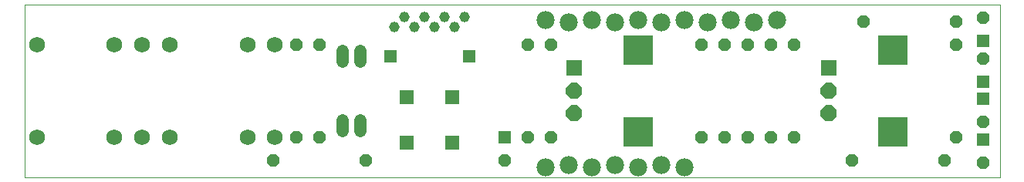
<source format=gbs>
G75*
%MOIN*%
%OFA0B0*%
%FSLAX25Y25*%
%IPPOS*%
%LPD*%
%AMOC8*
5,1,8,0,0,1.08239X$1,22.5*
%
%ADD10C,0.00100*%
%ADD11R,0.07000X0.07000*%
%ADD12OC8,0.07000*%
%ADD13R,0.12668X0.12668*%
%ADD14C,0.06896*%
%ADD15OC8,0.05200*%
%ADD16C,0.05200*%
%ADD17R,0.06306X0.06306*%
%ADD18R,0.05200X0.05200*%
%ADD19R,0.05715X0.05715*%
%ADD20C,0.04534*%
%ADD21C,0.07800*%
D10*
X0079937Y0048067D02*
X0501197Y0048067D01*
X0501197Y0122870D01*
X0079937Y0122870D01*
X0079937Y0048067D01*
D11*
X0317378Y0095409D03*
X0427378Y0095409D03*
D12*
X0427378Y0085567D03*
X0427378Y0075724D03*
X0317378Y0075724D03*
X0317378Y0085567D03*
D13*
X0344937Y0067850D03*
X0454937Y0067850D03*
X0454937Y0103283D03*
X0344937Y0103283D03*
D14*
X0188028Y0105567D03*
X0176217Y0105567D03*
X0142752Y0105567D03*
X0130528Y0105567D03*
X0118717Y0105567D03*
X0085252Y0105567D03*
X0085252Y0065567D03*
X0118717Y0065567D03*
X0130528Y0065567D03*
X0142752Y0065567D03*
X0176217Y0065567D03*
X0188028Y0065567D03*
D15*
X0197437Y0065567D03*
X0207437Y0065567D03*
X0187437Y0055567D03*
X0227437Y0055567D03*
X0287437Y0055567D03*
X0297437Y0065567D03*
X0307437Y0065567D03*
X0372437Y0065567D03*
X0382437Y0065567D03*
X0392437Y0065567D03*
X0402437Y0065567D03*
X0412437Y0065567D03*
X0437437Y0055567D03*
X0477437Y0055567D03*
X0493937Y0054567D03*
X0482437Y0065567D03*
X0493937Y0072067D03*
X0493937Y0099567D03*
X0482437Y0105567D03*
X0482437Y0115567D03*
X0493937Y0117067D03*
X0442437Y0115567D03*
X0412437Y0105567D03*
X0402437Y0105567D03*
X0392437Y0105567D03*
X0382437Y0105567D03*
X0372437Y0105567D03*
X0307437Y0105567D03*
X0297437Y0105567D03*
X0207437Y0105567D03*
X0197437Y0105567D03*
D16*
X0217437Y0102967D02*
X0217437Y0098167D01*
X0224937Y0098167D02*
X0224937Y0102967D01*
X0224937Y0072967D02*
X0224937Y0068167D01*
X0217437Y0068167D02*
X0217437Y0072967D01*
D17*
X0245094Y0063224D03*
X0264780Y0063224D03*
X0264780Y0082909D03*
X0245094Y0082909D03*
D18*
X0287437Y0065567D03*
X0493937Y0064567D03*
X0493937Y0082067D03*
X0493937Y0089567D03*
X0493937Y0107067D03*
D19*
X0271866Y0100587D03*
X0238008Y0100587D03*
D20*
X0239780Y0113067D03*
X0248441Y0113067D03*
X0257102Y0113067D03*
X0265764Y0113067D03*
X0270094Y0117398D03*
X0261433Y0117398D03*
X0252772Y0117398D03*
X0244110Y0117398D03*
D21*
X0304937Y0116067D03*
X0314937Y0115067D03*
X0324937Y0116067D03*
X0334937Y0115067D03*
X0344937Y0116067D03*
X0354937Y0115067D03*
X0364937Y0116067D03*
X0374937Y0115067D03*
X0384937Y0116067D03*
X0394937Y0115067D03*
X0404937Y0116067D03*
X0354937Y0053567D03*
X0364937Y0052567D03*
X0344937Y0052567D03*
X0334937Y0053567D03*
X0324937Y0052567D03*
X0314937Y0053567D03*
X0304937Y0052567D03*
M02*

</source>
